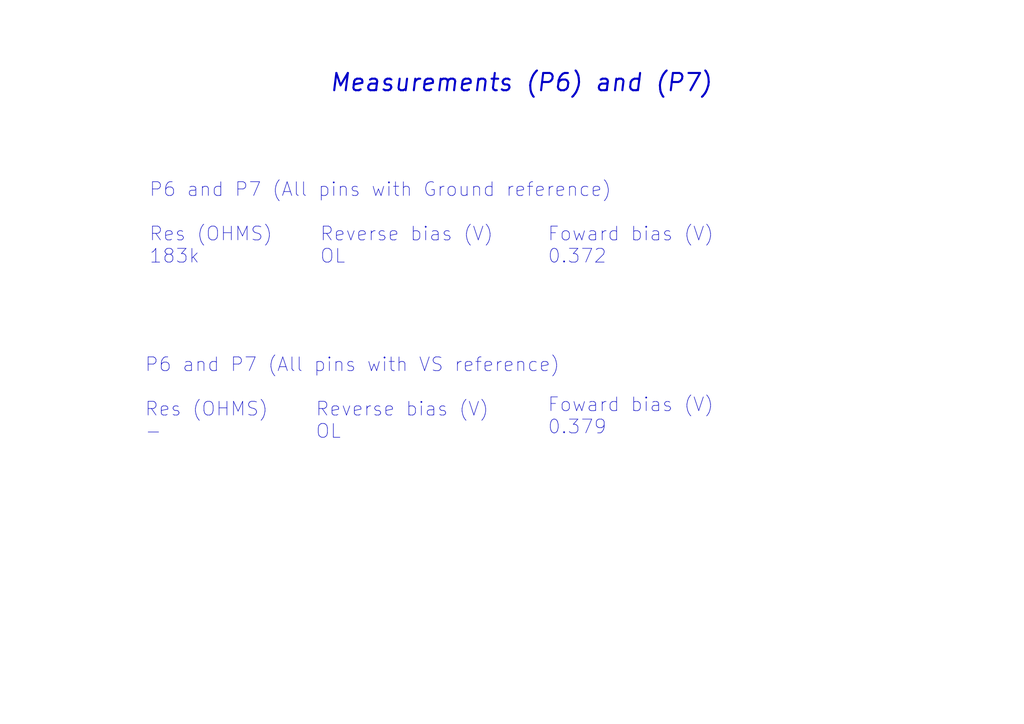
<source format=kicad_sch>
(kicad_sch
	(version 20231120)
	(generator "eeschema")
	(generator_version "8.0")
	(uuid "9afbe44f-ee68-4b39-836c-c74a1423e88d")
	(paper "A4")
	(title_block
		(title "X BOARD LG PLASMA TV PANEL")
		(date "2025-04-03")
		(rev "1.0")
		(comment 1 "Author: Fábio Pereira da Silva")
		(comment 2 "Measurements P6 and P7")
	)
	(lib_symbols)
	(text "\n\nReverse bias (V)\nOL"
		(exclude_from_sim no)
		(at 91.44 115.57 0)
		(effects
			(font
				(size 4 4)
			)
			(justify left)
		)
		(uuid "0029bfa4-268a-4e1c-a4bf-cad88e189385")
	)
	(text "P6 and P7 (All pins with VS reference) \n\nRes (OHMS)\n-\n"
		(exclude_from_sim no)
		(at 41.91 115.57 0)
		(effects
			(font
				(size 4 4)
			)
			(justify left)
		)
		(uuid "4648c737-e174-4c97-a952-26d20bacdbb7")
	)
	(text "\n\nReverse bias (V)\nOL"
		(exclude_from_sim no)
		(at 92.71 64.77 0)
		(effects
			(font
				(size 4 4)
			)
			(justify left)
		)
		(uuid "592a44b9-a438-43d0-95a2-5f1b7dbbb9f1")
	)
	(text "\n\nFoward bias (V)\n0.379"
		(exclude_from_sim no)
		(at 158.75 114.3 0)
		(effects
			(font
				(size 4 4)
			)
			(justify left)
		)
		(uuid "8cf50ba5-4914-4253-91d8-62cb51a82f37")
	)
	(text "\n\nFoward bias (V)\n0.372"
		(exclude_from_sim no)
		(at 158.75 64.77 0)
		(effects
			(font
				(size 4 4)
			)
			(justify left)
		)
		(uuid "b65bc031-2c5c-4674-96c9-a29c3ae4f05c")
	)
	(text "P6 and P7 (All pins with Ground reference) \n\nRes (OHMS)\n183k\n"
		(exclude_from_sim no)
		(at 43.18 64.77 0)
		(effects
			(font
				(size 4 4)
			)
			(justify left)
		)
		(uuid "bb392660-6f36-49eb-8ac0-cce730f82fbc")
	)
	(text "Measurements (P6) and (P7)"
		(exclude_from_sim no)
		(at 151.13 24.13 0)
		(effects
			(font
				(size 5 5)
				(thickness 0.6)
				(bold yes)
				(italic yes)
			)
		)
		(uuid "f73509f8-a1ab-4537-a816-4c99c3caf7a4")
	)
)

</source>
